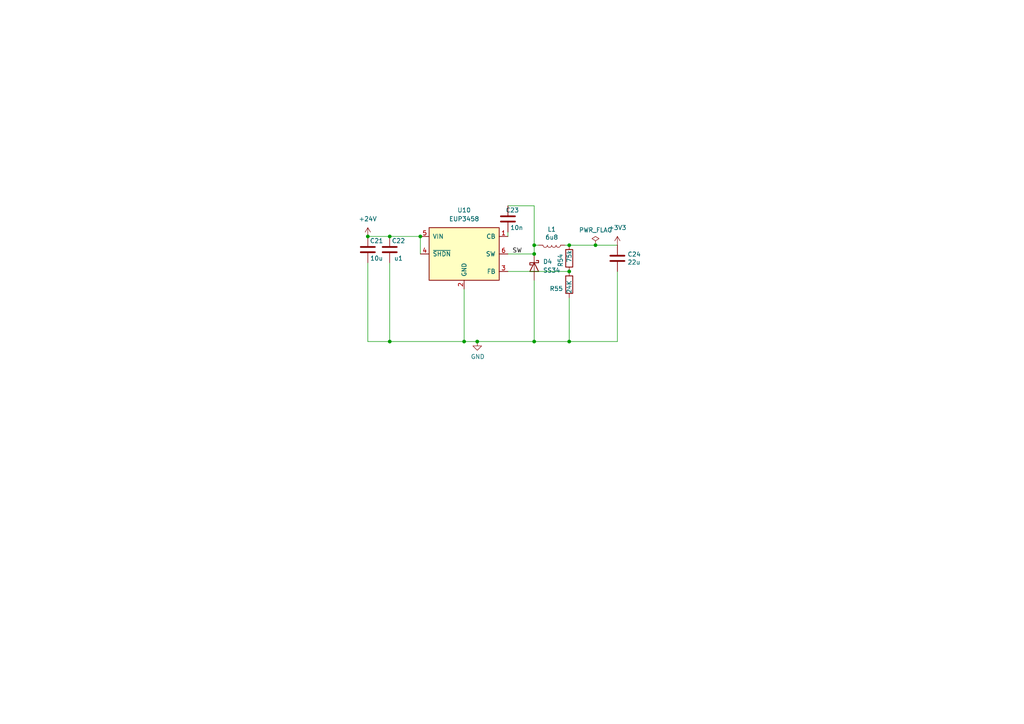
<source format=kicad_sch>
(kicad_sch (version 20211123) (generator eeschema)
  (paper "A4")
  (lib_symbols
    (symbol "Device:C" (pin_numbers hide) (pin_names (offset 0.254))
      (property "Reference" "C" (at 0.635 2.54 0))
      (property "Value" "C" (at 0.635 -2.54 0))
      (symbol "C_0_1"
        (polyline (pts (xy -2.032 -0.762) (xy 2.032 -0.762)) (stroke (width 0.508)))
        (polyline (pts (xy -2.032 0.762) (xy 2.032 0.762)) (stroke (width 0.508)))
      )
      (symbol "C_1_1"
        (pin passive line (at 0 3.81 270) (length 2.794) (name "~") (number "1"))
        (pin passive line (at 0 -3.81 90) (length 2.794) (name "~") (number "2"))
      )
    )
    (symbol "Device:D_Schottky" (pin_numbers hide) (pin_names (offset 1.016) hide)
      (property "Reference" "D" (at 0 2.54 0))
      (property "Value" "D_Schottky" (at 0 -2.54 0))
      (symbol "D_Schottky_0_1"
        (polyline (pts (xy 1.27 0) (xy -1.27 0)))
        (polyline (pts (xy 1.27 1.27) (xy 1.27 -1.27) (xy -1.27 0) (xy 1.27 1.27)) (stroke (width 0.254)))
        (polyline (pts (xy -1.905 0.635) (xy -1.905 1.27) (xy -1.27 1.27) (xy -1.27 -1.27) (xy -0.635 -1.27) (xy -0.635 -0.635)) (stroke (width 0.254)))
      )
      (symbol "D_Schottky_1_1"
        (pin passive line (at -3.81 0 0) (length 2.54) (name "K") (number "1"))
        (pin passive line (at 3.81 0 180) (length 2.54) (name "A") (number "2"))
      )
    )
    (symbol "Device:L" (pin_numbers hide) (pin_names (offset 1.016) hide)
      (property "Reference" "L" (at -1.27 0 90))
      (property "Value" "L" (at 1.905 0 90))
      (symbol "L_0_1"
        (arc (start 0 -2.54) (mid 0.635 -1.905) (end 0 -1.27))
        (arc (start 0 -1.27) (mid 0.635 -0.635) (end 0 0))
        (arc (start 0 0) (mid 0.635 0.635) (end 0 1.27))
        (arc (start 0 1.27) (mid 0.635 1.905) (end 0 2.54))
      )
      (symbol "L_1_1"
        (pin passive line (at 0 3.81 270) (length 1.27) (name "1") (number "1"))
        (pin passive line (at 0 -3.81 90) (length 1.27) (name "2") (number "2"))
      )
    )
    (symbol "Device:R" (pin_numbers hide) (pin_names (offset 0))
      (property "Reference" "R" (at 2.032 0 90))
      (property "Value" "R" (at 0 0 90))
      (symbol "R_0_1"
        (rectangle (start -1.016 -2.54) (end 1.016 2.54) (stroke (width 0.254)))
      )
      (symbol "R_1_1"
        (pin passive line (at 0 3.81 270) (length 1.27) (name "~") (number "1"))
        (pin passive line (at 0 -3.81 90) (length 1.27) (name "~") (number "2"))
      )
    )
    (symbol "Regulator_Switching:LMR14206" (pin_names (offset 1.016))
      (property "Reference" "U" (at -10.16 11.43 0))
      (property "Value" "LMR14206" (at -10.16 8.89 0))
      (symbol "LMR14206_0_1"
        (rectangle (start -10.16 7.62) (end 10.16 -7.62) (stroke (width 0.254)) (fill (type background)))
      )
      (symbol "LMR14206_1_1"
        (pin input line (at 12.7 5.08 180) (length 2.54) (name "CB") (number "1"))
        (pin power_in line (at 0 -10.16 90) (length 2.54) (name "GND") (number "2"))
        (pin input line (at 12.7 -5.08 180) (length 2.54) (name "FB") (number "3"))
        (pin input line (at -12.7 0 0) (length 2.54) (name "~{SHDN}") (number "4"))
        (pin power_in line (at -12.7 5.08 0) (length 2.54) (name "VIN") (number "5"))
        (pin output line (at 12.7 0 180) (length 2.54) (name "SW") (number "6"))
      )
    )
    (symbol "power:+24V" (power) (pin_names (offset 0))
      (property "Value" "+24V" (at 0 3.556 0))
      (symbol "+24V_0_1"
        (polyline (pts (xy -0.762 1.27) (xy 0 2.54)))
        (polyline (pts (xy 0 0) (xy 0 2.54)))
        (polyline (pts (xy 0 2.54) (xy 0.762 1.27)))
      )
      (symbol "+24V_1_1"
        (pin power_in line (at 0 0 90) (length 0) hide (name "+24V") (number "1"))
      )
    )
    (symbol "power:+3V3" (power) (pin_names (offset 0))
      (property "Value" "+3V3" (at 0 3.556 0))
      (symbol "+3V3_0_1"
        (polyline (pts (xy -0.762 1.27) (xy 0 2.54)))
        (polyline (pts (xy 0 0) (xy 0 2.54)))
        (polyline (pts (xy 0 2.54) (xy 0.762 1.27)))
      )
      (symbol "+3V3_1_1"
        (pin power_in line (at 0 0 90) (length 0) hide (name "+3V3") (number "1"))
      )
    )
    (symbol "power:GND" (power) (pin_names (offset 0))
      (property "Value" "GND" (at 0 -3.81 0))
      (symbol "GND_0_1"
        (polyline (pts (xy 0 0) (xy 0 -1.27) (xy 1.27 -1.27) (xy 0 -2.54) (xy -1.27 -1.27) (xy 0 -1.27)))
      )
      (symbol "GND_1_1"
        (pin power_in line (at 0 0 270) (length 0) hide (name "GND") (number "1"))
      )
    )
    (symbol "power:PWR_FLAG" (power) (pin_numbers hide) (pin_names (offset 0) hide)
      (property "Value" "PWR_FLAG" (at 0 3.81 0))
      (symbol "PWR_FLAG_0_0"
        (pin power_out line (at 0 0 90) (length 0) (name "pwr") (number "1"))
      )
      (symbol "PWR_FLAG_0_1"
        (polyline (pts (xy 0 0) (xy 0 1.27) (xy -1.016 1.905) (xy 0 2.54) (xy 1.016 1.905) (xy 0 1.27)))
      )
    )
  )
  (junction (at 106.68 68.58))
  (junction (at 134.62 99.06))
  (junction (at 165.1 78.74))
  (junction (at 113.03 68.58))
  (junction (at 154.94 73.66))
  (junction (at 138.43 99.06))
  (junction (at 165.1 99.06))
  (junction (at 154.94 99.06))
  (junction (at 121.92 68.58))
  (junction (at 154.94 71.12))
  (junction (at 113.03 99.06))
  (junction (at 165.1 71.12))
  (junction (at 172.72 71.12))
  (wire (pts (xy 106.68 99.06) (xy 113.03 99.06)))
  (wire (pts (xy 179.07 78.74) (xy 179.07 99.06)))
  (wire (pts (xy 179.07 99.06) (xy 165.1 99.06)))
  (wire (pts (xy 147.32 78.74) (xy 165.1 78.74)))
  (wire (pts (xy 106.68 76.2) (xy 106.68 99.06)))
  (wire (pts (xy 147.32 67.31) (xy 147.32 68.58)))
  (wire (pts (xy 113.03 99.06) (xy 134.62 99.06)))
  (wire (pts (xy 106.68 68.58) (xy 113.03 68.58)))
  (wire (pts (xy 154.94 59.69) (xy 154.94 71.12)))
  (wire (pts (xy 134.62 83.82) (xy 134.62 99.06)))
  (wire (pts (xy 113.03 76.2) (xy 113.03 99.06)))
  (wire (pts (xy 121.92 68.58) (xy 121.92 73.66)))
  (wire (pts (xy 163.83 71.12) (xy 165.1 71.12)))
  (wire (pts (xy 147.32 59.69) (xy 154.94 59.69)))
  (wire (pts (xy 121.92 68.58) (xy 113.03 68.58)))
  (wire (pts (xy 172.72 71.12) (xy 179.07 71.12)))
  (wire (pts (xy 138.43 99.06) (xy 154.94 99.06)))
  (wire (pts (xy 156.21 71.12) (xy 154.94 71.12)))
  (wire (pts (xy 147.32 73.66) (xy 154.94 73.66)))
  (wire (pts (xy 134.62 99.06) (xy 138.43 99.06)))
  (wire (pts (xy 165.1 71.12) (xy 172.72 71.12)))
  (wire (pts (xy 154.94 81.28) (xy 154.94 99.06)))
  (wire (pts (xy 154.94 73.66) (xy 154.94 71.12)))
  (wire (pts (xy 154.94 99.06) (xy 165.1 99.06)))
  (wire (pts (xy 165.1 99.06) (xy 165.1 86.36)))
  (label "SW" (at 148.59 73.66 0))
  (symbol (lib_id "Device:C") (at 106.68 72.39 180) (unit 1)
    (property "Reference" "C21" (at 109.22 69.85 0))
    (property "Value" "10u" (at 109.22 74.93 0))
    (property "Footprint" "Capacitor_SMD:C_1206_3216Metric" (effects hide))
  )
  (symbol (lib_id "Device:C") (at 147.32 63.5 180) (unit 1)
    (property "Reference" "C23" (at 148.59 60.96 0))
    (property "Value" "10n" (at 149.86 66.04 0))
    (property "Footprint" "Capacitor_SMD:C_0603_1608Metric" (effects hide))
  )
  (symbol (lib_id "Device:R") (at 165.1 74.93 0) (unit 1)
    (property "Reference" "R54" (at 162.56 77.47 90) (effects (justify left)))
    (property "Value" "75k" (at 165.1 76.2 90) (effects (justify left)))
    (property "Footprint" "Resistor_SMD:R_0603_1608Metric" (effects hide))
  )
  (symbol (lib_id "Device:C") (at 113.03 72.39 180) (unit 1)
    (property "Reference" "C22" (at 115.57 69.85 0))
    (property "Value" "u1" (at 115.57 74.93 0))
    (property "Footprint" "Capacitor_SMD:C_0603_1608Metric" (effects hide))
  )
  (symbol (lib_id "Device:R") (at 165.1 82.55 180) (unit 1)
    (property "Reference" "R55" (at 163.322 83.7184 0) (effects (justify left)))
    (property "Value" "24K" (at 165.1 81.28 90) (effects (justify left)))
    (property "Footprint" "Resistor_SMD:R_0603_1608Metric" (effects hide))
  )
  (symbol (lib_id "Device:C") (at 179.07 74.93 0) (unit 1)
    (property "Reference" "C24" (at 181.991 73.7616 0) (effects (justify left)))
    (property "Value" "22u" (at 181.991 76.073 0) (effects (justify left)))
    (property "Footprint" "Capacitor_SMD:C_0603_1608Metric" (effects hide))
  )
  (symbol (lib_id "power:PWR_FLAG") (at 172.72 71.12 0) (unit 1)
    (property "Reference" "#FLG01" (effects hide))
    (property "Value" "PWR_FLAG" (at 172.72 66.7258 0))
  )
  (symbol (lib_id "Device:D_Schottky") (at 154.94 77.47 270) (unit 1)
    (property "Reference" "D4" (at 157.48 75.8824 90) (effects (justify left)))
    (property "Value" "SS34" (at 157.48 78.4224 90) (effects (justify left)))
    (property "Footprint" "Diode_SMD:D_SMA" (effects hide))
  )
  (symbol (lib_id "Regulator_Switching:LMR14206") (at 134.62 73.66 0) (unit 1)
    (property "Reference" "U10" (at 134.62 60.96 0))
    (property "Value" "EUP3458" (at 134.62 63.5 0))
    (property "Footprint" "Package_TO_SOT_SMD:SOT-23-6" (effects hide))
    (property "Datasheet" "http://www.ti.com/lit/ds/symlink/lmr14206.pdf" (effects hide))
  )
  (symbol (lib_id "Device:L") (at 160.02 71.12 270) (unit 1)
    (property "Reference" "L1" (at 160.02 66.5226 90))
    (property "Value" "6u8" (at 160.02 68.834 90))
    (property "Footprint" "Inductor_SMD:L_Abracon_ASPI-0630LR" (effects hide))
    (property "Datasheet" "C408449" (effects hide))
  )
  (symbol (lib_id "power:+24V") (at 106.68 68.58 0) (unit 1)
    (property "Reference" "#PWR070" (effects hide))
    (property "Value" "+24V" (at 106.68 63.5 0))
  )
  (symbol (lib_id "power:+3V3") (at 179.07 71.12 0) (unit 1)
    (property "Reference" "#PWR0103" (effects hide))
    (property "Value" "+3V3" (at 179.07 66.04 0))
  )
  (symbol (lib_id "power:GND") (at 138.43 99.06 0) (unit 1)
    (property "Reference" "#PWR071" (effects hide))
    (property "Value" "GND" (at 138.557 103.4542 0))
  )
)
</source>
